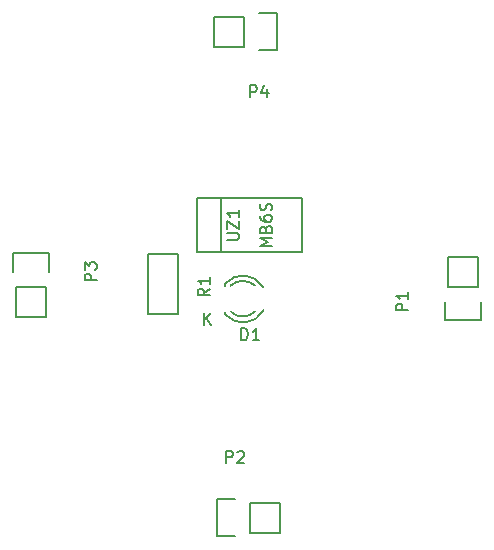
<source format=gbr>
G04 #@! TF.GenerationSoftware,KiCad,Pcbnew,no-vcs-found-7391~56~ubuntu16.04.1*
G04 #@! TF.CreationDate,2016-12-09T19:04:11+09:00*
G04 #@! TF.ProjectId,magnetic_led_cube,6D61676E657469635F6C65645F637562,rev?*
G04 #@! TF.FileFunction,Legend,Top*
G04 #@! TF.FilePolarity,Positive*
%FSLAX46Y46*%
G04 Gerber Fmt 4.6, Leading zero omitted, Abs format (unit mm)*
G04 Created by KiCad (PCBNEW no-vcs-found-7391~56~ubuntu16.04.1) date Fri Dec  9 19:04:11 2016*
%MOMM*%
%LPD*%
G01*
G04 APERTURE LIST*
%ADD10C,0.100000*%
%ADD11C,0.150000*%
G04 APERTURE END LIST*
D10*
D11*
X98806000Y-88392000D02*
X101346000Y-88392000D01*
X98806000Y-93472000D02*
X98806000Y-88392000D01*
X101346000Y-93472000D02*
X98806000Y-93472000D01*
X101346000Y-88392000D02*
X101346000Y-93472000D01*
X105824111Y-93315253D02*
G75*
G03X107872000Y-93296000I1013889J1079253D01*
G01*
X105350780Y-93542726D02*
G75*
G03X108588000Y-93196000I1497220J1306726D01*
G01*
X107890006Y-91102932D02*
G75*
G03X105787000Y-91102000I-1052006J-1133068D01*
G01*
X108565744Y-91232357D02*
G75*
G03X105338000Y-90916000I-1727744J-1003643D01*
G01*
X105338000Y-90922000D02*
X105338000Y-91102000D01*
X105338000Y-93516000D02*
X105338000Y-93316000D01*
X124206000Y-88646000D02*
X126746000Y-88646000D01*
X124206000Y-91186000D02*
X124206000Y-88646000D01*
X123926000Y-94006000D02*
X127026000Y-94006000D01*
X123926000Y-92456000D02*
X123926000Y-94006000D01*
X126746000Y-91186000D02*
X124206000Y-91186000D01*
X126746000Y-88646000D02*
X126746000Y-91186000D01*
X127026000Y-94006000D02*
X127026000Y-92456000D01*
X104622000Y-112294000D02*
X106172000Y-112294000D01*
X109982000Y-112014000D02*
X107442000Y-112014000D01*
X107442000Y-112014000D02*
X107442000Y-109474000D01*
X106172000Y-109194000D02*
X104622000Y-109194000D01*
X104622000Y-109194000D02*
X104622000Y-112294000D01*
X107442000Y-109474000D02*
X109982000Y-109474000D01*
X109982000Y-109474000D02*
X109982000Y-112014000D01*
X90170000Y-93726000D02*
X87630000Y-93726000D01*
X90170000Y-91186000D02*
X90170000Y-93726000D01*
X90450000Y-88366000D02*
X87350000Y-88366000D01*
X90450000Y-89916000D02*
X90450000Y-88366000D01*
X87630000Y-91186000D02*
X90170000Y-91186000D01*
X87630000Y-93726000D02*
X87630000Y-91186000D01*
X87350000Y-88366000D02*
X87350000Y-89916000D01*
X109754000Y-68046000D02*
X108204000Y-68046000D01*
X104394000Y-68326000D02*
X106934000Y-68326000D01*
X106934000Y-68326000D02*
X106934000Y-70866000D01*
X108204000Y-71146000D02*
X109754000Y-71146000D01*
X109754000Y-71146000D02*
X109754000Y-68046000D01*
X106934000Y-70866000D02*
X104394000Y-70866000D01*
X104394000Y-70866000D02*
X104394000Y-68326000D01*
X105029000Y-83693000D02*
X105029000Y-88265000D01*
X111887000Y-83693000D02*
X102997000Y-83693000D01*
X102997000Y-83693000D02*
X102997000Y-88265000D01*
X102997000Y-88265000D02*
X111887000Y-88265000D01*
X111887000Y-88265000D02*
X111887000Y-83693000D01*
X104028500Y-91347586D02*
X103552310Y-91680920D01*
X104028500Y-91919015D02*
X103028500Y-91919015D01*
X103028500Y-91538062D01*
X103076120Y-91442824D01*
X103123739Y-91395205D01*
X103218977Y-91347586D01*
X103361834Y-91347586D01*
X103457072Y-91395205D01*
X103504691Y-91442824D01*
X103552310Y-91538062D01*
X103552310Y-91919015D01*
X104028500Y-90395205D02*
X104028500Y-90966634D01*
X104028500Y-90680920D02*
X103028500Y-90680920D01*
X103171358Y-90776158D01*
X103266596Y-90871396D01*
X103314215Y-90966634D01*
X106708904Y-95714380D02*
X106708904Y-94714380D01*
X106947000Y-94714380D01*
X107089857Y-94762000D01*
X107185095Y-94857238D01*
X107232714Y-94952476D01*
X107280333Y-95142952D01*
X107280333Y-95285809D01*
X107232714Y-95476285D01*
X107185095Y-95571523D01*
X107089857Y-95666761D01*
X106947000Y-95714380D01*
X106708904Y-95714380D01*
X108232714Y-95714380D02*
X107661285Y-95714380D01*
X107947000Y-95714380D02*
X107947000Y-94714380D01*
X107851761Y-94857238D01*
X107756523Y-94952476D01*
X107661285Y-95000095D01*
X103585095Y-94394380D02*
X103585095Y-93394380D01*
X104156523Y-94394380D02*
X103727952Y-93822952D01*
X104156523Y-93394380D02*
X103585095Y-93965809D01*
X120828380Y-93194095D02*
X119828380Y-93194095D01*
X119828380Y-92813142D01*
X119876000Y-92717904D01*
X119923619Y-92670285D01*
X120018857Y-92622666D01*
X120161714Y-92622666D01*
X120256952Y-92670285D01*
X120304571Y-92717904D01*
X120352190Y-92813142D01*
X120352190Y-93194095D01*
X120828380Y-91670285D02*
X120828380Y-92241714D01*
X120828380Y-91956000D02*
X119828380Y-91956000D01*
X119971238Y-92051238D01*
X120066476Y-92146476D01*
X120114095Y-92241714D01*
X105433904Y-106096380D02*
X105433904Y-105096380D01*
X105814857Y-105096380D01*
X105910095Y-105144000D01*
X105957714Y-105191619D01*
X106005333Y-105286857D01*
X106005333Y-105429714D01*
X105957714Y-105524952D01*
X105910095Y-105572571D01*
X105814857Y-105620190D01*
X105433904Y-105620190D01*
X106386285Y-105191619D02*
X106433904Y-105144000D01*
X106529142Y-105096380D01*
X106767238Y-105096380D01*
X106862476Y-105144000D01*
X106910095Y-105191619D01*
X106957714Y-105286857D01*
X106957714Y-105382095D01*
X106910095Y-105524952D01*
X106338666Y-106096380D01*
X106957714Y-106096380D01*
X94452380Y-90654095D02*
X93452380Y-90654095D01*
X93452380Y-90273142D01*
X93500000Y-90177904D01*
X93547619Y-90130285D01*
X93642857Y-90082666D01*
X93785714Y-90082666D01*
X93880952Y-90130285D01*
X93928571Y-90177904D01*
X93976190Y-90273142D01*
X93976190Y-90654095D01*
X93452380Y-89749333D02*
X93452380Y-89130285D01*
X93833333Y-89463619D01*
X93833333Y-89320761D01*
X93880952Y-89225523D01*
X93928571Y-89177904D01*
X94023809Y-89130285D01*
X94261904Y-89130285D01*
X94357142Y-89177904D01*
X94404761Y-89225523D01*
X94452380Y-89320761D01*
X94452380Y-89606476D01*
X94404761Y-89701714D01*
X94357142Y-89749333D01*
X107465904Y-75148380D02*
X107465904Y-74148380D01*
X107846857Y-74148380D01*
X107942095Y-74196000D01*
X107989714Y-74243619D01*
X108037333Y-74338857D01*
X108037333Y-74481714D01*
X107989714Y-74576952D01*
X107942095Y-74624571D01*
X107846857Y-74672190D01*
X107465904Y-74672190D01*
X108894476Y-74481714D02*
X108894476Y-75148380D01*
X108656380Y-74100761D02*
X108418285Y-74815047D01*
X109037333Y-74815047D01*
X105497380Y-87217095D02*
X106306904Y-87217095D01*
X106402142Y-87169476D01*
X106449761Y-87121857D01*
X106497380Y-87026619D01*
X106497380Y-86836142D01*
X106449761Y-86740904D01*
X106402142Y-86693285D01*
X106306904Y-86645666D01*
X105497380Y-86645666D01*
X105497380Y-86264714D02*
X105497380Y-85598047D01*
X106497380Y-86264714D01*
X106497380Y-85598047D01*
X106497380Y-84693285D02*
X106497380Y-85264714D01*
X106497380Y-84979000D02*
X105497380Y-84979000D01*
X105640238Y-85074238D01*
X105735476Y-85169476D01*
X105783095Y-85264714D01*
X109291380Y-87764714D02*
X108291380Y-87764714D01*
X109005666Y-87431380D01*
X108291380Y-87098047D01*
X109291380Y-87098047D01*
X108767571Y-86288523D02*
X108815190Y-86145666D01*
X108862809Y-86098047D01*
X108958047Y-86050428D01*
X109100904Y-86050428D01*
X109196142Y-86098047D01*
X109243761Y-86145666D01*
X109291380Y-86240904D01*
X109291380Y-86621857D01*
X108291380Y-86621857D01*
X108291380Y-86288523D01*
X108339000Y-86193285D01*
X108386619Y-86145666D01*
X108481857Y-86098047D01*
X108577095Y-86098047D01*
X108672333Y-86145666D01*
X108719952Y-86193285D01*
X108767571Y-86288523D01*
X108767571Y-86621857D01*
X108291380Y-85193285D02*
X108291380Y-85383761D01*
X108339000Y-85479000D01*
X108386619Y-85526619D01*
X108529476Y-85621857D01*
X108719952Y-85669476D01*
X109100904Y-85669476D01*
X109196142Y-85621857D01*
X109243761Y-85574238D01*
X109291380Y-85479000D01*
X109291380Y-85288523D01*
X109243761Y-85193285D01*
X109196142Y-85145666D01*
X109100904Y-85098047D01*
X108862809Y-85098047D01*
X108767571Y-85145666D01*
X108719952Y-85193285D01*
X108672333Y-85288523D01*
X108672333Y-85479000D01*
X108719952Y-85574238D01*
X108767571Y-85621857D01*
X108862809Y-85669476D01*
X109243761Y-84717095D02*
X109291380Y-84574238D01*
X109291380Y-84336142D01*
X109243761Y-84240904D01*
X109196142Y-84193285D01*
X109100904Y-84145666D01*
X109005666Y-84145666D01*
X108910428Y-84193285D01*
X108862809Y-84240904D01*
X108815190Y-84336142D01*
X108767571Y-84526619D01*
X108719952Y-84621857D01*
X108672333Y-84669476D01*
X108577095Y-84717095D01*
X108481857Y-84717095D01*
X108386619Y-84669476D01*
X108339000Y-84621857D01*
X108291380Y-84526619D01*
X108291380Y-84288523D01*
X108339000Y-84145666D01*
M02*

</source>
